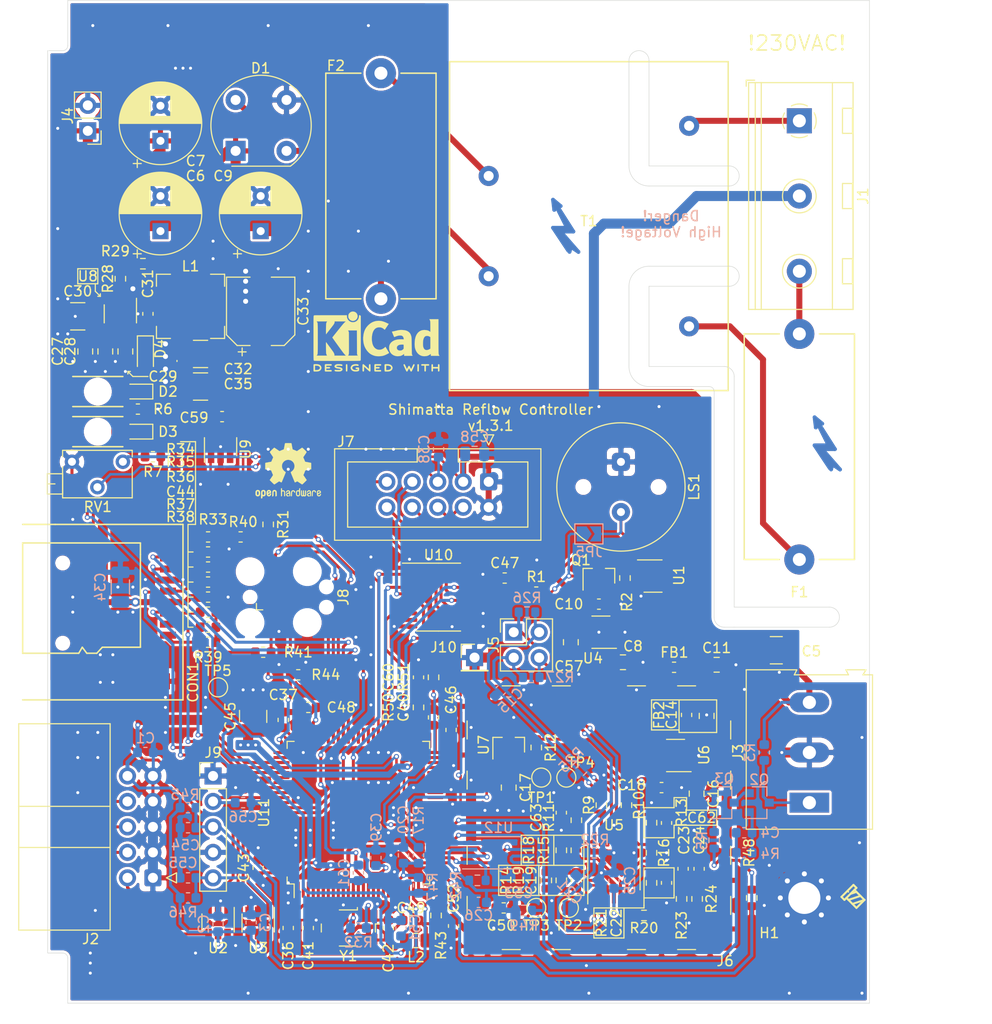
<source format=kicad_pcb>
(kicad_pcb (version 20211014) (generator pcbnew)

  (general
    (thickness 1.6)
  )

  (paper "A4")
  (title_block
    (title "Shimatta Reflow Controller")
    (rev "v1.3.1")
    (company "Shimatta")
  )

  (layers
    (0 "F.Cu" signal)
    (31 "B.Cu" signal)
    (32 "B.Adhes" user "B.Adhesive")
    (33 "F.Adhes" user "F.Adhesive")
    (34 "B.Paste" user)
    (35 "F.Paste" user)
    (36 "B.SilkS" user "B.Silkscreen")
    (37 "F.SilkS" user "F.Silkscreen")
    (38 "B.Mask" user)
    (39 "F.Mask" user)
    (40 "Dwgs.User" user "User.Drawings")
    (41 "Cmts.User" user "User.Comments")
    (42 "Eco1.User" user "User.Eco1")
    (43 "Eco2.User" user "User.Eco2")
    (44 "Edge.Cuts" user)
    (45 "Margin" user)
    (46 "B.CrtYd" user "B.Courtyard")
    (47 "F.CrtYd" user "F.Courtyard")
    (48 "B.Fab" user)
    (49 "F.Fab" user)
  )

  (setup
    (pad_to_mask_clearance 0)
    (aux_axis_origin 13 13)
    (grid_origin 13 13)
    (pcbplotparams
      (layerselection 0x00010fc_ffffffff)
      (disableapertmacros false)
      (usegerberextensions true)
      (usegerberattributes true)
      (usegerberadvancedattributes false)
      (creategerberjobfile true)
      (svguseinch false)
      (svgprecision 6)
      (excludeedgelayer true)
      (plotframeref false)
      (viasonmask false)
      (mode 1)
      (useauxorigin false)
      (hpglpennumber 1)
      (hpglpenspeed 20)
      (hpglpendiameter 15.000000)
      (dxfpolygonmode true)
      (dxfimperialunits true)
      (dxfusepcbnewfont true)
      (psnegative false)
      (psa4output false)
      (plotreference true)
      (plotvalue true)
      (plotinvisibletext false)
      (sketchpadsonfab false)
      (subtractmaskfromsilk false)
      (outputformat 1)
      (mirror false)
      (drillshape 0)
      (scaleselection 1)
      (outputdirectory "gerber/")
    )
  )

  (net 0 "")
  (net 1 "GND")
  (net 2 "+8V")
  (net 3 "+3V3")
  (net 4 "+5V")
  (net 5 "/Controller/ENC1")
  (net 6 "/Controller/ENC2")
  (net 7 "/Controller/VREF")
  (net 8 "/Controller/SW1")
  (net 9 "/Frontend/FORCE+")
  (net 10 "/Frontend/FORCE-")
  (net 11 "/Frontend/SENS+")
  (net 12 "/Frontend/SENS-")
  (net 13 "/Controller/SDIO_D1")
  (net 14 "/Controller/SDIO_D0")
  (net 15 "/Controller/SDIO_CLK")
  (net 16 "/Controller/SDIO_CMD")
  (net 17 "/Controller/SDIO_D3")
  (net 18 "/Controller/SDIO_D2")
  (net 19 "/Controller/TEMP_IN")
  (net 20 "/L_Trafo")
  (net 21 "/L_IN")
  (net 22 "/N_IN")
  (net 23 "/DIGIO3")
  (net 24 "/DIGIO2")
  (net 25 "/DIGIO1")
  (net 26 "/DIGIO0")
  (net 27 "/Controller/SWDIO")
  (net 28 "/Controller/SWCLK")
  (net 29 "/Controller/PC_RX")
  (net 30 "/Controller/PC_TX")
  (net 31 "/Controller/~{RST}")
  (net 32 "/Controller/LCD_VO")
  (net 33 "/Controller/LCD_RS")
  (net 34 "/Controller/LCD_EN")
  (net 35 "/Controller/LCD_D3")
  (net 36 "/Controller/LCD_D0")
  (net 37 "/Controller/LCD_D2")
  (net 38 "/Controller/LCD_D1")
  (net 39 "/OUT0")
  (net 40 "/OUT3")
  (net 41 "/OUT2")
  (net 42 "/OUT1")
  (net 43 "/Controller/VDDA")
  (net 44 "+5VL")
  (net 45 "/Controller/CARD_DETECT")
  (net 46 "+3.3VA")
  (net 47 "/Frontend/VREF_OP")
  (net 48 "/DIGIO0_PROT")
  (net 49 "/DIGIO1_PROT")
  (net 50 "/DIGIO2_PROT")
  (net 51 "/DIGIO3_PROT")
  (net 52 "Net-(C4-Pad2)")
  (net 53 "Net-(C14-Pad1)")
  (net 54 "Net-(C19-Pad1)")
  (net 55 "Net-(C22-Pad2)")
  (net 56 "Net-(C22-Pad1)")
  (net 57 "Net-(C23-Pad1)")
  (net 58 "Net-(C31-Pad1)")
  (net 59 "Net-(C42-Pad1)")
  (net 60 "Net-(D1-Pad4)")
  (net 61 "Net-(D1-Pad2)")
  (net 62 "Net-(D2-Pad1)")
  (net 63 "Net-(D3-Pad1)")
  (net 64 "Net-(F2-Pad2)")
  (net 65 "Net-(J3-Pad1)")
  (net 66 "Net-(Q2-Pad2)")
  (net 67 "Net-(Q3-Pad1)")
  (net 68 "/Controller/SSR_SAFETY_ENABLE")
  (net 69 "/Controller/E_~{CS}")
  (net 70 "/Controller/E_SCK")
  (net 71 "/Controller/E_MISO")
  (net 72 "/Controller/E_MOSI")
  (net 73 "Net-(Q1-Pad3)")
  (net 74 "/Digital Power Supply/DCDC_SW")
  (net 75 "/Controller/EXT_WTCHDG_TOGGL")
  (net 76 "Net-(C41-Pad1)")
  (net 77 "Net-(C46-Pad1)")
  (net 78 "Net-(C48-Pad1)")
  (net 79 "Net-(C52-Pad2)")
  (net 80 "Net-(R15-Pad1)")
  (net 81 "Net-(R20-Pad1)")
  (net 82 "Net-(R28-Pad1)")
  (net 83 "Net-(R31-Pad2)")
  (net 84 "Net-(U10-Pad17)")
  (net 85 "Net-(U10-Pad15)")
  (net 86 "Net-(U10-Pad8)")
  (net 87 "Net-(U10-Pad6)")
  (net 88 "Net-(U10-Pad4)")
  (net 89 "Net-(U10-Pad2)")
  (net 90 "Net-(C10-Pad2)")
  (net 91 "Net-(JP5-Pad2)")
  (net 92 "Net-(JP5-Pad1)")
  (net 93 "Net-(C60-Pad1)")
  (net 94 "Net-(C62-Pad2)")
  (net 95 "Net-(C62-Pad1)")
  (net 96 "Net-(C63-Pad2)")
  (net 97 "Net-(C63-Pad1)")

  (footprint "Capacitor_THT:CP_Radial_D8.0mm_P3.50mm" (layer "F.Cu") (at 27.25 27 90))

  (footprint "Capacitor_SMD:C_0805_2012Metric" (layer "F.Cu") (at 82.75 79.25))

  (footprint "Capacitor_SMD:C_1210_3225Metric" (layer "F.Cu") (at 88.7 77.8))

  (footprint "Capacitor_SMD:C_0603_1608Metric" (layer "F.Cu") (at 40 105.5 -90))

  (footprint "Capacitor_SMD:C_0603_1608Metric" (layer "F.Cu") (at 42 105.5 90))

  (footprint "Capacitor_SMD:C_0603_1608Metric" (layer "F.Cu") (at 50 105.5 -90))

  (footprint "Capacitor_SMD:C_0603_1608Metric" (layer "F.Cu") (at 56.25 85.75 90))

  (footprint "Capacitor_SMD:C_0603_1608Metric" (layer "F.Cu") (at 61.6 70.6))

  (footprint "Capacitor_SMD:C_0603_1608Metric" (layer "F.Cu") (at 52.25 104.75 180))

  (footprint "Capacitor_SMD:C_0603_1608Metric" (layer "F.Cu") (at 37 99.5 90))

  (footprint "Capacitor_SMD:C_1210_3225Metric" (layer "F.Cu") (at 36.5 84.4 90))

  (footprint "shimatta_smd:MCC-SDMICRO3-112J-TDAR-R01" (layer "F.Cu") (at 28 67.5 -90))

  (footprint "Diode_THT:Diode_Bridge_Round_D9.8mm" (layer "F.Cu") (at 34.75 28 90))

  (footprint "Inductor_SMD:L_0603_1608Metric" (layer "F.Cu") (at 78.5 79.5 180))

  (footprint "MountingHole:MountingHole_3.2mm_M3_Pad_Via" (layer "F.Cu") (at 91.5 102.5))

  (footprint "Connector:Tag-Connect_TC2050-IDC-FP_2x05_P1.27mm_Vertical" (layer "F.Cu") (at 40 72.5))

  (footprint "Connector_PinHeader_2.54mm:PinHeader_1x05_P2.54mm_Vertical" (layer "F.Cu") (at 32.5 90.34))

  (footprint "Package_TO_SOT_SMD:SOT-23" (layer "F.Cu") (at 71 70.4 90))

  (footprint "Resistor_SMD:R_0603_1608Metric" (layer "F.Cu") (at 64.75 72))

  (footprint "Resistor_SMD:R_0603_1608Metric" (layer "F.Cu") (at 26.5 58.5))

  (footprint "Resistor_SMD:R_0603_1608Metric" (layer "F.Cu") (at 32 69.5 180))

  (footprint "Resistor_SMD:R_0603_1608Metric" (layer "F.Cu") (at 32 71 180))

  (footprint "Resistor_SMD:R_0603_1608Metric" (layer "F.Cu") (at 32 74 180))

  (footprint "Resistor_SMD:R_0603_1608Metric" (layer "F.Cu") (at 32 75.5 180))

  (footprint "Resistor_SMD:R_0603_1608Metric" (layer "F.Cu") (at 32 77 180))

  (footprint "Resistor_SMD:R_0603_1608Metric" (layer "F.Cu") (at 35.25 66.5))

  (footprint "Resistor_SMD:R_0603_1608Metric" (layer "F.Cu") (at 41 80.25 180))

  (footprint "Potentiometer_THT:Potentiometer_Bourns_3266X_Horizontal" (layer "F.Cu") (at 23.5 59))

  (footprint "Crystal:Crystal_SMD_Abracon_ABM3B-4Pin_5.0x3.2mm" (layer "F.Cu") (at 46 105.5 180))

  (footprint "shimatta_tht:Schurter_0031.8201_20mm_Fuse" (layer "F.Cu") (at 91 57.5 90))

  (footprint "TerminalBlock:TerminalBlock_Altech_AK300-3_P5.00mm" (layer "F.Cu") (at 92 93 90))

  (footprint "Resistor_SMD:R_0603_1608Metric" (layer "F.Cu") (at 25 53.75))

  (footprint "Connector_IDC:IDC-Header_2x05_P2.54mm_Horizontal" (layer "F.Cu") (at 26.5 100.5 180))

  (footprint "Connector_PinHeader_2.54mm:PinHeader_1x02_P2.54mm_Vertical" (layer "F.Cu") (at 20 26 180))

  (footprint "Resistor_SMD:R_0603_1608Metric" (layer "F.Cu") (at 32 68 180))

  (footprint "Capacitor_SMD:C_0603_1608Metric" (layer "F.Cu") (at 39.5 84.75 90))

  (footprint "shimatta_tht:Schurter_0031.8201_20mm_Fuse" (layer "F.Cu") (at 49.25 31.5 90))

  (footprint "Capacitor_SMD:C_0603_1608Metric" (layer "F.Cu") (at 61.5 103.5))

  (footprint "proz_unknown:1271.1001" (layer "F.Cu") (at 21 52 180))

  (footprint "proz_unknown:1271.1001" (layer "F.Cu") (at 21 56 180))

  (footprint "Resistor_SMD:R_0603_1608Metric" (layer "F.Cu") (at 32 66.5 180))

  (footprint "Package_TO_SOT_SMD:SOT-23-6" (layer "F.Cu") (at 33 105 -90))

  (footprint "Package_TO_SOT_SMD:SOT-23-6" (layer "F.Cu") (at 37 105 -90))

  (footprint "RF_Shielding:Wuerth_36103255_25x25mm" (layer "F.Cu") (at 71 94.5))

  (footprint "Resistor_SMD:R_0603_1608Metric" (layer "F.Cu") (at 73.6 70.6 -90))

  (footprint "Package_TO_SOT_SMD:SOT-23-5" (layer "F.Cu") (at 78.65 88.3 180))

  (footprint "Capacitor_THT:CP_Radial_D8.0mm_P3.50mm" (layer "F.Cu")
    (tedit 6047BE73) (tstamp 00000000-0000-0000-0000-00005fbdc7ab)
    (at 37.25 36 90)
    (descr "CP, Radial series, Radial, pin pitch=3.50mm, , diameter=8mm, Electrolytic Capacitor")
    (tags "CP Radial series Radial pin pitch 3.50mm  diameter 8mm Electrolytic Capacitor")
    (path "/00000000-0000-0000-0000-00005ffb88f9")
    (attr through_hole)
    (fp_text reference "C9" (at 5.5 -3.75 180) (layer "F.SilkS")
      (effects (font (size 1 1) (thickness 0.15)))
      (tstamp 5cab06cf-94fa-4c5d-abc1-110cb0208f01)
    )
    (fp_text value "DNP" (at 1.75 1.75 90) (layer "F.Fab")
      (effects (font (size 1 1) (thickness 0.15)))
      (tstamp 9ade8aaa-dfca-436d-be8a-be74784ef565)
    )
    (fp_text user "${REFERENCE}" (at 1.75 0 90) (layer "F.Fab")
      (effects (font (size 1 1) (thickness 0.15)))
      (tstamp 0b264411-5df7-4227-b41c-4ba7687d2096)
    )
    (fp_line (start 5.551 -1.552) (end 5.551 1.552) (layer "F.SilkS") (width 0.12) (tstamp 006bc43b-d3a8-4a38-a8dc-5a24da3f9b4d))
    (fp_line (start 5.471 -1.731) (end 5.471 1.731) (layer "F.SilkS") (width 0.12) (tstamp 0157ed9d-375b-4b39-a7c1-9cb08dcf67bf))
    (fp_line (start 3.111 1.04) (end 3.111 3.85) (layer "F.SilkS") (width 0.12) (tstamp 019b9904-3bfd-4fd4-9d41-96b38c16849e))
    (fp_line (start 3.991 -3.418) (end 3.991 -1.04) (layer "F.SilkS") (width 0.12) (tstamp 03590f33-763d-44e7-bd58-7b869bb7ef20))
    (fp_line (start 2.591 1.04) (end 2.591 3.994) (layer "F.SilkS") (width 0.12) (tstamp 051d4750-b73a-474f-abf5-a58dadb01c92))
    (fp_line (start 4.711 -2.826) (end 4.711 2.826) (layer "F.SilkS") (width 0.12) (tstamp 058fedcc-704d-4293-8197-34a17ef8dc07))
    (fp_line (start 3.631 -3.627) (end 3.631 -1.04) (layer "F.SilkS") (width 0.12) (tstamp 066893ee-f587-4ad1-a5e3-e3171a7f7252))
    (fp_line (start 3.791 1.04) (end 3.791 3.54) (layer "F.SilkS") (width 0.12) (tstamp 07b7ccce-8895-49f2-b220-e85ac43040b1))
    (fp_line (start 3.271 -3.79) (end 3.271 -1.04) (layer "F.SilkS") (width 0.12) (tstamp 0fc92961-6e51-49df-b0eb-dd1791483003))
    (fp_line (start 5.591 -1.453) (end 5.591 1.453) (layer "F.SilkS") (width 0.12) (tstamp 11b49d13-b047-4242-be65-9a9b1c80ec58))
    (fp_line (start 4.511 -3.019) (end 4.511 -1.04) (layer "F.SilkS") (width 0.12) (tstamp 11ccd497-2713-4d03-8a7a-1dbd53fbc1f7))
    (fp_line (start 3.271 1.04) (end 3.271 3.79) (layer "F.SilkS") (width 0.12) (tstamp 13126287-e9cb-4238-b299-7176f08d4c96))
    (fp_line (start 3.391 1.04) (end 3.391 3.74) (layer "F.SilkS") (width 0.12) (tstamp 1675ce03-54b6-4252-90b1-150b2d4729ec))
    (fp_line (start 4.231 -3.25) (end 4.231 -1.04) (layer "F.SilkS") (width 0.12) (tstamp 17540f0f-267d-4f0f-8f00-5539a89bd637))
    (fp_line (start 3.711 -3.584) (end 3.711 -1.04) (layer "F.SilkS") (width 0.12) (tstamp 191379e4-86ba-4bf3-8d2d-4cd5385d32c3))
    (fp_line (start 3.911 -3.469) (end 3.911 -1.04) (layer "F.SilkS") (width 0.12) (tstamp 20cc5dd3-f607-44c7-ac7e-e7aebd9790dd))
    (fp_line (start 2.07 -4.068) (end 2.07 4.068) (layer "F.SilkS") (width 0.12) (tstamp 22fad860-3ccd-4e16-bb76-65feba77694a))
    (fp_line (start 3.671 -3.606) (end 3.671 -1.04) (layer "F.SilkS") (width 0.12) (tstamp 2330a65f-a667-4564-b2ea-fd267508069a))
    (fp_line (start 3.311 1.04) (end 3.311 3.774) (layer "F.SilkS") (width 0.12) (tstamp 23d269d6-d694-442a-bf5d-98bf3544fc31))
    (fp_line (start 2.11 -4.065) (end 2.11 4.065) (layer "F.SilkS") (width 0.12) (tstamp 25ada721-670a-4020-ae0b-77410c4e375a))
    (fp_line (start 4.991 -2.505) (end 4.991 2.505) (layer "F.SilkS") (width 0.12) (tstamp 2629f374-664b-4a6a-877f-847eba3a2928))
    (fp_line (start 3.991 1.04) (end 3.991 3.418) (layer "F.SilkS") (width 0.12) (tstamp 26aff78d-1dc4-4822-8817-49ee707b8453))
    (fp_line (start 4.151 -3.309) (end 4.151 -1.04) (layer "F.SilkS") (width 0.12) (tstamp 286a9e39-c26f-49c3-809f-c04839a4ac04))
    (fp_line (start 5.191 -2.228) (end 5.191 2.228) (layer "F.SilkS") (width 0.12) (tstamp 2a891096-042c-4004-b161-8bd2c0b59fd7))
    (fp_line (start 3.191 -3.821) (end 3.191 -1.04) (layer "F.SilkS") (width 0.12) (tstamp 2a9ff3d1-92b0-4583-8230-9357a432a3ac))
    (fp_line (start 3.591 1.04) (end 3.591 3.647) (layer "F.SilkS") (width 0.12) (tstamp 2c8a20bd-e92e-46ff-b900-260ee00ab04b))
    (fp_line (start 2.751 1.04) (end 2.751 3.957) (layer "F.SilkS") (width 0.12) (tstamp 2e2c4431-7ad4-4101-b72a-e48147e24a71))
    (fp_line (start 5.751 -0.948) (end 5.751 0.948) (layer "F.SilkS") (width 0.12) (tstamp 2e4a6d1a-b585-4ad5-95d8-aff8c32bcfec))
    (fp_line (start 2.19 -4.057) (end 2.19 4.057) (layer "F.SilkS") (width 0.12) (tstamp 2ecadc66-69f8-45d0-bf37-af9bed077d19))
    (fp_line (start 3.351 1.04) (end 3.351 3.757) (layer "F.SilkS") (width 0.12) (tstamp 31d127b8-e8f8-47b6-acc4-5f7197d756d8))
    (fp_line (start 3.591 -3.647) (end 3.591 -1.04) (layer "F.SilkS") (width 0.12) (tstamp 3223d5c1-12ae-4383-9a3d-a77618f00732))
    (fp_line (start 4.471 1.04) (end 4.471 3.055) (layer "F.SilkS") (width 0.12) (tstamp 328b655f-3682-4d72-b986-09747092cdfb))
    (fp_line (start 3.231 1.04) (end 3.231 3.805) (layer "F.SilkS") (width 0.12) (tstamp 345b5742-5f5b-4133-bd63-f955ca19a62c))
    (fp_line (start 3.631 1.04) (end 3.631 3.627) (layer "F.SilkS") (width 0.12) (tstamp 34bb2d5a-a1fd-4187-b623-25a5b805199b))
    (fp_line (start 4.191 1.04) (end 4.191 3.28) (layer "F.SilkS") (width 0.12) (tstamp 36d7002b-bf2e-428b-a91a-b4ed755cac59))
    (fp_line (start 3.151 -3.835) (end 3.151 -1.04) (layer "F.SilkS") (width 0.12) (tstamp 37b282c6-a944-47fd-a51e-f59b7e5f431e))
    (fp_line (start 3.831 1.04) (end 3.831 3.517) (layer "F.SilkS") (width 0.12) (tstamp 3a013e8f-5b12-499b-8d2d-0ad49966db1a))
    (fp_line (start 4.391 1.04) (end 4.391 3.124) (layer "F.SilkS") (width 0.12) (tstamp 3b398e0a-4c10-4dcc-aa1f-5dcd51a576d9))
    (fp_line (start 4.871 -2.651) (end 4.871 2.651) (layer "F.SilkS") (width 0.12) (tstamp 3bd1d24a-0ba6-444e-896e-ab4ac7dd5127))
    (fp_line (start 2.911 -3.914) (end 2.911 -1.04) (layer "F.SilkS") (width 0.12) (tstamp 3c847883-a462-4ea9-9466-d1dd1edc5a97))
    (fp_line (start 2.31 -4.042) (end 2.31 4.042) (layer "F.SilkS") (width 0.12) (tstamp 3f40e620-2b34-4c9e-b852-1ba39e3dbc3a))
    (fp_line (start 1.75 -4.08) (end 1.75 4.08) (layer "F.SilkS") (width 0.12) (tstamp 3f43b8cc-e232-4de4-a8bc-56a1a1c0a87a))
    (fp_line (start 5.231 -2.166) (end 5.231 2.166) (layer "F.SilkS") (width 0.12) (tstamp 42dd1fad-d6e1-4a22-bcd7-61c29a70aea6))
    (fp_line (start 5.311 -2.034) (end 5.311 2.034) (layer "F.SilkS") (width 0.12) (tstamp 430b98dc-0155-464c-95fc-2bf720cc2dd3))
    (fp_line (start 5.631 -1.346) (end 5.631 1.346) (layer "F.SilkS") (width 0.12) (tstamp 434de308-3c0f-471e-b2ea-4b1db61e07dc))
    (fp_line (start 2.951 1.04) (end 2.951 3.902) (layer "F.SilkS") (width 0.12) (tstamp 43cc948b-7aa9-4530-a448-911bd0e35fae))
    (fp_line (start 2.951 -3.902) (end 2.951 -1.04) (layer "F.SilkS") (width 0.12) (tstamp 449c1c23-1f0d-4ed5-b566-2c18ec95c2a3))
    (fp_line (start 2.23 -4.052) (end 2.23 4.052) (layer "F.SilkS") (width 0.12) (tstamp 44f6de44-c3d8-405f-ac4c-196fb6e5deee))
    (fp_line (start 3.671 1.04) (end 3.671 3.606) (layer "F.SilkS") (width 0.12) (tstamp 463e71c6-e035-4ed0-9a41-c3c9633f2c78))
    (fp_line (start 4.511 1.04) (end 4.511 3.019) (layer "F.SilkS") (width 0.12) (tstamp 46c31fef-8b6d-4892-b7d6-1b9818ed82f5))
    (fp_line (start 3.071 1.04) (end 3.071 3.863) (layer "F.SilkS") (width 0.12) (tstamp 4829bee0-faa8-43f7-b2d7-8a6e5d1b3050))
    (fp_line (start 2.27 -4.048) (end 2.27 4.048) (layer "F.SilkS") (width 0.12) (tstamp 48d919bf-1f23-4426-bfff-25ceb2530f1f))
    (fp_line (start 3.551 1.04) (end 3.551 3.666) (layer "F.SilkS") (width 0.12) (tstamp 4969850b-ae26-4ccb-823e-8fd7d1c082fe))
    (fp_line (start 5.511 -1.645) (end 5.511 1.645) (layer "F.SilkS") (width 0.12) (tstamp 496eb987-d081-4e1e-a63a-28ee1d48f2f8))
    (fp_line (start 4.911 -2.604) (end 4.911 2.604) (layer "F.SilkS") (width 0.12) (tstamp 4e26d1df-a557-446c-8724-16a2959e6714))
    (fp_line (start 4.831 -2.697) (end 4.831 2.697) (layer "F.SilkS") (width 0.12) (tstamp 5417d93e-ea72-4615-a825-50b48895bd92))
    (fp_line (start 2.711 
... [1473130 chars truncated]
</source>
